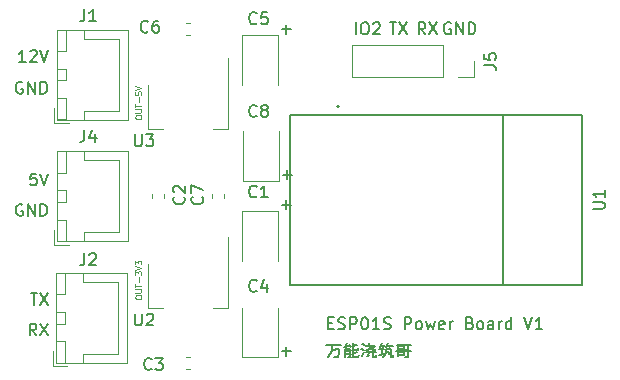
<source format=gbr>
%TF.GenerationSoftware,KiCad,Pcbnew,8.0.4*%
%TF.CreationDate,2024-12-12T17:07:26+08:00*%
%TF.ProjectId,esp01s-power-board,65737030-3173-42d7-906f-7765722d626f,rev?*%
%TF.SameCoordinates,Original*%
%TF.FileFunction,Legend,Top*%
%TF.FilePolarity,Positive*%
%FSLAX46Y46*%
G04 Gerber Fmt 4.6, Leading zero omitted, Abs format (unit mm)*
G04 Created by KiCad (PCBNEW 8.0.4) date 2024-12-12 17:07:26*
%MOMM*%
%LPD*%
G01*
G04 APERTURE LIST*
%ADD10C,0.125000*%
%ADD11C,0.150000*%
%ADD12C,0.120000*%
%ADD13C,0.127000*%
%ADD14C,0.200000*%
G04 APERTURE END LIST*
D10*
X61593878Y-73363478D02*
X61593878Y-73268240D01*
X61593878Y-73268240D02*
X61617688Y-73220621D01*
X61617688Y-73220621D02*
X61665307Y-73173002D01*
X61665307Y-73173002D02*
X61760545Y-73149192D01*
X61760545Y-73149192D02*
X61927211Y-73149192D01*
X61927211Y-73149192D02*
X62022449Y-73173002D01*
X62022449Y-73173002D02*
X62070069Y-73220621D01*
X62070069Y-73220621D02*
X62093878Y-73268240D01*
X62093878Y-73268240D02*
X62093878Y-73363478D01*
X62093878Y-73363478D02*
X62070069Y-73411097D01*
X62070069Y-73411097D02*
X62022449Y-73458716D01*
X62022449Y-73458716D02*
X61927211Y-73482525D01*
X61927211Y-73482525D02*
X61760545Y-73482525D01*
X61760545Y-73482525D02*
X61665307Y-73458716D01*
X61665307Y-73458716D02*
X61617688Y-73411097D01*
X61617688Y-73411097D02*
X61593878Y-73363478D01*
X61593878Y-72934906D02*
X61998640Y-72934906D01*
X61998640Y-72934906D02*
X62046259Y-72911096D01*
X62046259Y-72911096D02*
X62070069Y-72887287D01*
X62070069Y-72887287D02*
X62093878Y-72839668D01*
X62093878Y-72839668D02*
X62093878Y-72744430D01*
X62093878Y-72744430D02*
X62070069Y-72696811D01*
X62070069Y-72696811D02*
X62046259Y-72673001D01*
X62046259Y-72673001D02*
X61998640Y-72649192D01*
X61998640Y-72649192D02*
X61593878Y-72649192D01*
X61593878Y-72482524D02*
X61593878Y-72196810D01*
X62093878Y-72339667D02*
X61593878Y-72339667D01*
X61903402Y-72030144D02*
X61903402Y-71649192D01*
X61593878Y-71458715D02*
X61593878Y-71149191D01*
X61593878Y-71149191D02*
X61784354Y-71315858D01*
X61784354Y-71315858D02*
X61784354Y-71244429D01*
X61784354Y-71244429D02*
X61808164Y-71196810D01*
X61808164Y-71196810D02*
X61831973Y-71173001D01*
X61831973Y-71173001D02*
X61879592Y-71149191D01*
X61879592Y-71149191D02*
X61998640Y-71149191D01*
X61998640Y-71149191D02*
X62046259Y-71173001D01*
X62046259Y-71173001D02*
X62070069Y-71196810D01*
X62070069Y-71196810D02*
X62093878Y-71244429D01*
X62093878Y-71244429D02*
X62093878Y-71387286D01*
X62093878Y-71387286D02*
X62070069Y-71434905D01*
X62070069Y-71434905D02*
X62046259Y-71458715D01*
X61593878Y-71006334D02*
X62093878Y-70839668D01*
X62093878Y-70839668D02*
X61593878Y-70673001D01*
X61593878Y-70553954D02*
X61593878Y-70244430D01*
X61593878Y-70244430D02*
X61784354Y-70411097D01*
X61784354Y-70411097D02*
X61784354Y-70339668D01*
X61784354Y-70339668D02*
X61808164Y-70292049D01*
X61808164Y-70292049D02*
X61831973Y-70268240D01*
X61831973Y-70268240D02*
X61879592Y-70244430D01*
X61879592Y-70244430D02*
X61998640Y-70244430D01*
X61998640Y-70244430D02*
X62046259Y-70268240D01*
X62046259Y-70268240D02*
X62070069Y-70292049D01*
X62070069Y-70292049D02*
X62093878Y-70339668D01*
X62093878Y-70339668D02*
X62093878Y-70482525D01*
X62093878Y-70482525D02*
X62070069Y-70530144D01*
X62070069Y-70530144D02*
X62046259Y-70553954D01*
D11*
X53195147Y-76568255D02*
X52861814Y-76092064D01*
X52623719Y-76568255D02*
X52623719Y-75568255D01*
X52623719Y-75568255D02*
X53004671Y-75568255D01*
X53004671Y-75568255D02*
X53099909Y-75615874D01*
X53099909Y-75615874D02*
X53147528Y-75663493D01*
X53147528Y-75663493D02*
X53195147Y-75758731D01*
X53195147Y-75758731D02*
X53195147Y-75901588D01*
X53195147Y-75901588D02*
X53147528Y-75996826D01*
X53147528Y-75996826D02*
X53099909Y-76044445D01*
X53099909Y-76044445D02*
X53004671Y-76092064D01*
X53004671Y-76092064D02*
X52623719Y-76092064D01*
X53528481Y-75568255D02*
X54195147Y-76568255D01*
X54195147Y-75568255D02*
X53528481Y-76568255D01*
X86132459Y-51064665D02*
X85799126Y-50588474D01*
X85561031Y-51064665D02*
X85561031Y-50064665D01*
X85561031Y-50064665D02*
X85941983Y-50064665D01*
X85941983Y-50064665D02*
X86037221Y-50112284D01*
X86037221Y-50112284D02*
X86084840Y-50159903D01*
X86084840Y-50159903D02*
X86132459Y-50255141D01*
X86132459Y-50255141D02*
X86132459Y-50397998D01*
X86132459Y-50397998D02*
X86084840Y-50493236D01*
X86084840Y-50493236D02*
X86037221Y-50540855D01*
X86037221Y-50540855D02*
X85941983Y-50588474D01*
X85941983Y-50588474D02*
X85561031Y-50588474D01*
X86465793Y-50064665D02*
X87132459Y-51064665D01*
X87132459Y-50064665D02*
X86465793Y-51064665D01*
X88277492Y-50112284D02*
X88182254Y-50064665D01*
X88182254Y-50064665D02*
X88039397Y-50064665D01*
X88039397Y-50064665D02*
X87896540Y-50112284D01*
X87896540Y-50112284D02*
X87801302Y-50207522D01*
X87801302Y-50207522D02*
X87753683Y-50302760D01*
X87753683Y-50302760D02*
X87706064Y-50493236D01*
X87706064Y-50493236D02*
X87706064Y-50636093D01*
X87706064Y-50636093D02*
X87753683Y-50826569D01*
X87753683Y-50826569D02*
X87801302Y-50921807D01*
X87801302Y-50921807D02*
X87896540Y-51017046D01*
X87896540Y-51017046D02*
X88039397Y-51064665D01*
X88039397Y-51064665D02*
X88134635Y-51064665D01*
X88134635Y-51064665D02*
X88277492Y-51017046D01*
X88277492Y-51017046D02*
X88325111Y-50969426D01*
X88325111Y-50969426D02*
X88325111Y-50636093D01*
X88325111Y-50636093D02*
X88134635Y-50636093D01*
X88753683Y-51064665D02*
X88753683Y-50064665D01*
X88753683Y-50064665D02*
X89325111Y-51064665D01*
X89325111Y-51064665D02*
X89325111Y-50064665D01*
X89801302Y-51064665D02*
X89801302Y-50064665D01*
X89801302Y-50064665D02*
X90039397Y-50064665D01*
X90039397Y-50064665D02*
X90182254Y-50112284D01*
X90182254Y-50112284D02*
X90277492Y-50207522D01*
X90277492Y-50207522D02*
X90325111Y-50302760D01*
X90325111Y-50302760D02*
X90372730Y-50493236D01*
X90372730Y-50493236D02*
X90372730Y-50636093D01*
X90372730Y-50636093D02*
X90325111Y-50826569D01*
X90325111Y-50826569D02*
X90277492Y-50921807D01*
X90277492Y-50921807D02*
X90182254Y-51017046D01*
X90182254Y-51017046D02*
X90039397Y-51064665D01*
X90039397Y-51064665D02*
X89801302Y-51064665D01*
X52718957Y-72977922D02*
X53290385Y-72977922D01*
X53004671Y-73977922D02*
X53004671Y-72977922D01*
X53528481Y-72977922D02*
X54195147Y-73977922D01*
X54195147Y-72977922D02*
X53528481Y-73977922D01*
X74056879Y-62973166D02*
X74818784Y-62973166D01*
X74437831Y-63354119D02*
X74437831Y-62592214D01*
X53212619Y-62861089D02*
X52736429Y-62861089D01*
X52736429Y-62861089D02*
X52688810Y-63337279D01*
X52688810Y-63337279D02*
X52736429Y-63289660D01*
X52736429Y-63289660D02*
X52831667Y-63242041D01*
X52831667Y-63242041D02*
X53069762Y-63242041D01*
X53069762Y-63242041D02*
X53165000Y-63289660D01*
X53165000Y-63289660D02*
X53212619Y-63337279D01*
X53212619Y-63337279D02*
X53260238Y-63432517D01*
X53260238Y-63432517D02*
X53260238Y-63670612D01*
X53260238Y-63670612D02*
X53212619Y-63765850D01*
X53212619Y-63765850D02*
X53165000Y-63813470D01*
X53165000Y-63813470D02*
X53069762Y-63861089D01*
X53069762Y-63861089D02*
X52831667Y-63861089D01*
X52831667Y-63861089D02*
X52736429Y-63813470D01*
X52736429Y-63813470D02*
X52688810Y-63765850D01*
X53545953Y-62861089D02*
X53879286Y-63861089D01*
X53879286Y-63861089D02*
X54212619Y-62861089D01*
X52022143Y-65499041D02*
X51926905Y-65451422D01*
X51926905Y-65451422D02*
X51784048Y-65451422D01*
X51784048Y-65451422D02*
X51641191Y-65499041D01*
X51641191Y-65499041D02*
X51545953Y-65594279D01*
X51545953Y-65594279D02*
X51498334Y-65689517D01*
X51498334Y-65689517D02*
X51450715Y-65879993D01*
X51450715Y-65879993D02*
X51450715Y-66022850D01*
X51450715Y-66022850D02*
X51498334Y-66213326D01*
X51498334Y-66213326D02*
X51545953Y-66308564D01*
X51545953Y-66308564D02*
X51641191Y-66403803D01*
X51641191Y-66403803D02*
X51784048Y-66451422D01*
X51784048Y-66451422D02*
X51879286Y-66451422D01*
X51879286Y-66451422D02*
X52022143Y-66403803D01*
X52022143Y-66403803D02*
X52069762Y-66356183D01*
X52069762Y-66356183D02*
X52069762Y-66022850D01*
X52069762Y-66022850D02*
X51879286Y-66022850D01*
X52498334Y-66451422D02*
X52498334Y-65451422D01*
X52498334Y-65451422D02*
X53069762Y-66451422D01*
X53069762Y-66451422D02*
X53069762Y-65451422D01*
X53545953Y-66451422D02*
X53545953Y-65451422D01*
X53545953Y-65451422D02*
X53784048Y-65451422D01*
X53784048Y-65451422D02*
X53926905Y-65499041D01*
X53926905Y-65499041D02*
X54022143Y-65594279D01*
X54022143Y-65594279D02*
X54069762Y-65689517D01*
X54069762Y-65689517D02*
X54117381Y-65879993D01*
X54117381Y-65879993D02*
X54117381Y-66022850D01*
X54117381Y-66022850D02*
X54069762Y-66213326D01*
X54069762Y-66213326D02*
X54022143Y-66308564D01*
X54022143Y-66308564D02*
X53926905Y-66403803D01*
X53926905Y-66403803D02*
X53784048Y-66451422D01*
X53784048Y-66451422D02*
X53545953Y-66451422D01*
X73975304Y-50651766D02*
X74737209Y-50651766D01*
X74356256Y-51032719D02*
X74356256Y-50270814D01*
X52307857Y-53410434D02*
X51736429Y-53410434D01*
X52022143Y-53410434D02*
X52022143Y-52410434D01*
X52022143Y-52410434D02*
X51926905Y-52553291D01*
X51926905Y-52553291D02*
X51831667Y-52648529D01*
X51831667Y-52648529D02*
X51736429Y-52696148D01*
X52688810Y-52505672D02*
X52736429Y-52458053D01*
X52736429Y-52458053D02*
X52831667Y-52410434D01*
X52831667Y-52410434D02*
X53069762Y-52410434D01*
X53069762Y-52410434D02*
X53165000Y-52458053D01*
X53165000Y-52458053D02*
X53212619Y-52505672D01*
X53212619Y-52505672D02*
X53260238Y-52600910D01*
X53260238Y-52600910D02*
X53260238Y-52696148D01*
X53260238Y-52696148D02*
X53212619Y-52839005D01*
X53212619Y-52839005D02*
X52641191Y-53410434D01*
X52641191Y-53410434D02*
X53260238Y-53410434D01*
X53545953Y-52410434D02*
X53879286Y-53410434D01*
X53879286Y-53410434D02*
X54212619Y-52410434D01*
X83113079Y-50064665D02*
X83684507Y-50064665D01*
X83398793Y-51064665D02*
X83398793Y-50064665D01*
X83922603Y-50064665D02*
X84589269Y-51064665D01*
X84589269Y-50064665D02*
X83922603Y-51064665D01*
D10*
X61595979Y-58123478D02*
X61595979Y-58028240D01*
X61595979Y-58028240D02*
X61619789Y-57980621D01*
X61619789Y-57980621D02*
X61667408Y-57933002D01*
X61667408Y-57933002D02*
X61762646Y-57909192D01*
X61762646Y-57909192D02*
X61929312Y-57909192D01*
X61929312Y-57909192D02*
X62024550Y-57933002D01*
X62024550Y-57933002D02*
X62072170Y-57980621D01*
X62072170Y-57980621D02*
X62095979Y-58028240D01*
X62095979Y-58028240D02*
X62095979Y-58123478D01*
X62095979Y-58123478D02*
X62072170Y-58171097D01*
X62072170Y-58171097D02*
X62024550Y-58218716D01*
X62024550Y-58218716D02*
X61929312Y-58242525D01*
X61929312Y-58242525D02*
X61762646Y-58242525D01*
X61762646Y-58242525D02*
X61667408Y-58218716D01*
X61667408Y-58218716D02*
X61619789Y-58171097D01*
X61619789Y-58171097D02*
X61595979Y-58123478D01*
X61595979Y-57694906D02*
X62000741Y-57694906D01*
X62000741Y-57694906D02*
X62048360Y-57671096D01*
X62048360Y-57671096D02*
X62072170Y-57647287D01*
X62072170Y-57647287D02*
X62095979Y-57599668D01*
X62095979Y-57599668D02*
X62095979Y-57504430D01*
X62095979Y-57504430D02*
X62072170Y-57456811D01*
X62072170Y-57456811D02*
X62048360Y-57433001D01*
X62048360Y-57433001D02*
X62000741Y-57409192D01*
X62000741Y-57409192D02*
X61595979Y-57409192D01*
X61595979Y-57242524D02*
X61595979Y-56956810D01*
X62095979Y-57099667D02*
X61595979Y-57099667D01*
X61905503Y-56790144D02*
X61905503Y-56409192D01*
X61595979Y-55933001D02*
X61595979Y-56171096D01*
X61595979Y-56171096D02*
X61834074Y-56194905D01*
X61834074Y-56194905D02*
X61810265Y-56171096D01*
X61810265Y-56171096D02*
X61786455Y-56123477D01*
X61786455Y-56123477D02*
X61786455Y-56004429D01*
X61786455Y-56004429D02*
X61810265Y-55956810D01*
X61810265Y-55956810D02*
X61834074Y-55933001D01*
X61834074Y-55933001D02*
X61881693Y-55909191D01*
X61881693Y-55909191D02*
X62000741Y-55909191D01*
X62000741Y-55909191D02*
X62048360Y-55933001D01*
X62048360Y-55933001D02*
X62072170Y-55956810D01*
X62072170Y-55956810D02*
X62095979Y-56004429D01*
X62095979Y-56004429D02*
X62095979Y-56123477D01*
X62095979Y-56123477D02*
X62072170Y-56171096D01*
X62072170Y-56171096D02*
X62048360Y-56194905D01*
X61595979Y-55766334D02*
X62095979Y-55599668D01*
X62095979Y-55599668D02*
X61595979Y-55433001D01*
D11*
X80250217Y-51064665D02*
X80250217Y-50064665D01*
X80916883Y-50064665D02*
X81107359Y-50064665D01*
X81107359Y-50064665D02*
X81202597Y-50112284D01*
X81202597Y-50112284D02*
X81297835Y-50207522D01*
X81297835Y-50207522D02*
X81345454Y-50397998D01*
X81345454Y-50397998D02*
X81345454Y-50731331D01*
X81345454Y-50731331D02*
X81297835Y-50921807D01*
X81297835Y-50921807D02*
X81202597Y-51017046D01*
X81202597Y-51017046D02*
X81107359Y-51064665D01*
X81107359Y-51064665D02*
X80916883Y-51064665D01*
X80916883Y-51064665D02*
X80821645Y-51017046D01*
X80821645Y-51017046D02*
X80726407Y-50921807D01*
X80726407Y-50921807D02*
X80678788Y-50731331D01*
X80678788Y-50731331D02*
X80678788Y-50397998D01*
X80678788Y-50397998D02*
X80726407Y-50207522D01*
X80726407Y-50207522D02*
X80821645Y-50112284D01*
X80821645Y-50112284D02*
X80916883Y-50064665D01*
X81726407Y-50159903D02*
X81774026Y-50112284D01*
X81774026Y-50112284D02*
X81869264Y-50064665D01*
X81869264Y-50064665D02*
X82107359Y-50064665D01*
X82107359Y-50064665D02*
X82202597Y-50112284D01*
X82202597Y-50112284D02*
X82250216Y-50159903D01*
X82250216Y-50159903D02*
X82297835Y-50255141D01*
X82297835Y-50255141D02*
X82297835Y-50350379D01*
X82297835Y-50350379D02*
X82250216Y-50493236D01*
X82250216Y-50493236D02*
X81678788Y-51064665D01*
X81678788Y-51064665D02*
X82297835Y-51064665D01*
X73969279Y-77910967D02*
X74731184Y-77910967D01*
X74350231Y-78291920D02*
X74350231Y-77530015D01*
X77763851Y-77384216D02*
X79001946Y-77384216D01*
X78240041Y-77384216D02*
X78192422Y-77860406D01*
X78192422Y-77860406D02*
X78049565Y-78146120D01*
X78049565Y-78146120D02*
X77859089Y-78384216D01*
X78240041Y-77765168D02*
X78859089Y-77717549D01*
X78859089Y-77717549D02*
X78859089Y-78050882D01*
X78859089Y-78050882D02*
X78763851Y-78384216D01*
X78763851Y-78384216D02*
X78430517Y-78384216D01*
X79954326Y-77765168D02*
X80430517Y-77765168D01*
X79335279Y-77908025D02*
X79763850Y-77908025D01*
X79335279Y-78098501D02*
X79763850Y-78098501D01*
X79954326Y-78384216D02*
X80430517Y-78384216D01*
X79573374Y-78384216D02*
X79763850Y-78384216D01*
X79335279Y-77717549D02*
X79335279Y-78384216D01*
X79335279Y-77717549D02*
X79763850Y-77717549D01*
X79763850Y-77717549D02*
X79763850Y-78384216D01*
X80001945Y-77241358D02*
X80001945Y-77765168D01*
X80001945Y-77860406D02*
X80001945Y-78384216D01*
X79240041Y-77574692D02*
X79763850Y-77479454D01*
X79763850Y-77479454D02*
X79811469Y-77574692D01*
X79668612Y-77384216D02*
X79811469Y-77479454D01*
X80430517Y-77622311D02*
X80430517Y-77765168D01*
X80478136Y-78193739D02*
X80430517Y-78384216D01*
X79478136Y-77241358D02*
X79335279Y-77527073D01*
X80382898Y-77384216D02*
X79954326Y-77479454D01*
X80382898Y-77955644D02*
X79954326Y-78098501D01*
X81573373Y-77431835D02*
X81859088Y-77431835D01*
X81430516Y-77431835D02*
X81763850Y-77431835D01*
X81335278Y-77431835D02*
X81620993Y-77431835D01*
X81144802Y-77479454D02*
X81430516Y-77479454D01*
X81097183Y-77955644D02*
X81954326Y-77955644D01*
X81668612Y-78384216D02*
X81954326Y-78384216D01*
X81668612Y-77955644D02*
X81668612Y-78384216D01*
X81954326Y-78241358D02*
X81954326Y-78384216D01*
X81335278Y-78193739D02*
X81192421Y-78336597D01*
X81954326Y-77669930D02*
X81906707Y-77812787D01*
X80811469Y-77288977D02*
X81001945Y-77384216D01*
X81382897Y-77336597D02*
X81525754Y-77622311D01*
X81525754Y-77622311D02*
X81668612Y-77765168D01*
X81668612Y-77765168D02*
X81859088Y-77812787D01*
X80716231Y-77669930D02*
X80954326Y-77765168D01*
X80954326Y-77955644D02*
X80811469Y-78288977D01*
X81382897Y-77241358D02*
X81478135Y-77622311D01*
X81382897Y-77955644D02*
X81287659Y-78288977D01*
X81763850Y-77574692D02*
X81525754Y-77669930D01*
X81525754Y-77669930D02*
X81144802Y-77765168D01*
X82335278Y-77431835D02*
X82763849Y-77431835D01*
X82906706Y-77431835D02*
X83382897Y-77431835D01*
X82192421Y-77717549D02*
X82668611Y-77717549D01*
X83240040Y-78384216D02*
X83430516Y-78384216D01*
X82430516Y-77717549D02*
X82430516Y-78146120D01*
X82811468Y-77669930D02*
X83240040Y-77669930D01*
X83240040Y-77669930D02*
X83240040Y-78336597D01*
X83430516Y-78241358D02*
X83430516Y-78384216D01*
X82954325Y-77908025D02*
X83097183Y-78098501D01*
X83097183Y-77431835D02*
X83144802Y-77574692D01*
X82525754Y-77431835D02*
X82573373Y-77622311D01*
X82430516Y-77241358D02*
X82287659Y-77574692D01*
X82954325Y-77241358D02*
X82811468Y-77574692D01*
X82668611Y-78098501D02*
X82192421Y-78193739D01*
X82811468Y-77669930D02*
X82811468Y-78003263D01*
X82811468Y-78003263D02*
X82763849Y-78193739D01*
X82763849Y-78193739D02*
X82573373Y-78384216D01*
X83716230Y-77336597D02*
X84906706Y-77336597D01*
X83859087Y-77669930D02*
X84335277Y-77669930D01*
X84430515Y-77765168D02*
X84668611Y-77765168D01*
X83668611Y-77860406D02*
X84906706Y-77860406D01*
X83859087Y-78241358D02*
X84335277Y-78241358D01*
X84430515Y-78384216D02*
X84668611Y-78384216D01*
X83859087Y-78003263D02*
X83859087Y-78288977D01*
X83859087Y-77479454D02*
X83859087Y-77669930D01*
X83859087Y-77479454D02*
X84335277Y-77479454D01*
X84335277Y-77479454D02*
X84335277Y-77669930D01*
X83859087Y-78003263D02*
X84335277Y-78003263D01*
X84335277Y-78003263D02*
X84335277Y-78241358D01*
X84668611Y-77336597D02*
X84668611Y-77765168D01*
X84668611Y-77860406D02*
X84668611Y-78384216D01*
X52022143Y-55137708D02*
X51926905Y-55090089D01*
X51926905Y-55090089D02*
X51784048Y-55090089D01*
X51784048Y-55090089D02*
X51641191Y-55137708D01*
X51641191Y-55137708D02*
X51545953Y-55232946D01*
X51545953Y-55232946D02*
X51498334Y-55328184D01*
X51498334Y-55328184D02*
X51450715Y-55518660D01*
X51450715Y-55518660D02*
X51450715Y-55661517D01*
X51450715Y-55661517D02*
X51498334Y-55851993D01*
X51498334Y-55851993D02*
X51545953Y-55947231D01*
X51545953Y-55947231D02*
X51641191Y-56042470D01*
X51641191Y-56042470D02*
X51784048Y-56090089D01*
X51784048Y-56090089D02*
X51879286Y-56090089D01*
X51879286Y-56090089D02*
X52022143Y-56042470D01*
X52022143Y-56042470D02*
X52069762Y-55994850D01*
X52069762Y-55994850D02*
X52069762Y-55661517D01*
X52069762Y-55661517D02*
X51879286Y-55661517D01*
X52498334Y-56090089D02*
X52498334Y-55090089D01*
X52498334Y-55090089D02*
X53069762Y-56090089D01*
X53069762Y-56090089D02*
X53069762Y-55090089D01*
X53545953Y-56090089D02*
X53545953Y-55090089D01*
X53545953Y-55090089D02*
X53784048Y-55090089D01*
X53784048Y-55090089D02*
X53926905Y-55137708D01*
X53926905Y-55137708D02*
X54022143Y-55232946D01*
X54022143Y-55232946D02*
X54069762Y-55328184D01*
X54069762Y-55328184D02*
X54117381Y-55518660D01*
X54117381Y-55518660D02*
X54117381Y-55661517D01*
X54117381Y-55661517D02*
X54069762Y-55851993D01*
X54069762Y-55851993D02*
X54022143Y-55947231D01*
X54022143Y-55947231D02*
X53926905Y-56042470D01*
X53926905Y-56042470D02*
X53784048Y-56090089D01*
X53784048Y-56090089D02*
X53545953Y-56090089D01*
X77906708Y-75513801D02*
X78240041Y-75513801D01*
X78382898Y-76037611D02*
X77906708Y-76037611D01*
X77906708Y-76037611D02*
X77906708Y-75037611D01*
X77906708Y-75037611D02*
X78382898Y-75037611D01*
X78763851Y-75989992D02*
X78906708Y-76037611D01*
X78906708Y-76037611D02*
X79144803Y-76037611D01*
X79144803Y-76037611D02*
X79240041Y-75989992D01*
X79240041Y-75989992D02*
X79287660Y-75942372D01*
X79287660Y-75942372D02*
X79335279Y-75847134D01*
X79335279Y-75847134D02*
X79335279Y-75751896D01*
X79335279Y-75751896D02*
X79287660Y-75656658D01*
X79287660Y-75656658D02*
X79240041Y-75609039D01*
X79240041Y-75609039D02*
X79144803Y-75561420D01*
X79144803Y-75561420D02*
X78954327Y-75513801D01*
X78954327Y-75513801D02*
X78859089Y-75466182D01*
X78859089Y-75466182D02*
X78811470Y-75418563D01*
X78811470Y-75418563D02*
X78763851Y-75323325D01*
X78763851Y-75323325D02*
X78763851Y-75228087D01*
X78763851Y-75228087D02*
X78811470Y-75132849D01*
X78811470Y-75132849D02*
X78859089Y-75085230D01*
X78859089Y-75085230D02*
X78954327Y-75037611D01*
X78954327Y-75037611D02*
X79192422Y-75037611D01*
X79192422Y-75037611D02*
X79335279Y-75085230D01*
X79763851Y-76037611D02*
X79763851Y-75037611D01*
X79763851Y-75037611D02*
X80144803Y-75037611D01*
X80144803Y-75037611D02*
X80240041Y-75085230D01*
X80240041Y-75085230D02*
X80287660Y-75132849D01*
X80287660Y-75132849D02*
X80335279Y-75228087D01*
X80335279Y-75228087D02*
X80335279Y-75370944D01*
X80335279Y-75370944D02*
X80287660Y-75466182D01*
X80287660Y-75466182D02*
X80240041Y-75513801D01*
X80240041Y-75513801D02*
X80144803Y-75561420D01*
X80144803Y-75561420D02*
X79763851Y-75561420D01*
X80954327Y-75037611D02*
X81049565Y-75037611D01*
X81049565Y-75037611D02*
X81144803Y-75085230D01*
X81144803Y-75085230D02*
X81192422Y-75132849D01*
X81192422Y-75132849D02*
X81240041Y-75228087D01*
X81240041Y-75228087D02*
X81287660Y-75418563D01*
X81287660Y-75418563D02*
X81287660Y-75656658D01*
X81287660Y-75656658D02*
X81240041Y-75847134D01*
X81240041Y-75847134D02*
X81192422Y-75942372D01*
X81192422Y-75942372D02*
X81144803Y-75989992D01*
X81144803Y-75989992D02*
X81049565Y-76037611D01*
X81049565Y-76037611D02*
X80954327Y-76037611D01*
X80954327Y-76037611D02*
X80859089Y-75989992D01*
X80859089Y-75989992D02*
X80811470Y-75942372D01*
X80811470Y-75942372D02*
X80763851Y-75847134D01*
X80763851Y-75847134D02*
X80716232Y-75656658D01*
X80716232Y-75656658D02*
X80716232Y-75418563D01*
X80716232Y-75418563D02*
X80763851Y-75228087D01*
X80763851Y-75228087D02*
X80811470Y-75132849D01*
X80811470Y-75132849D02*
X80859089Y-75085230D01*
X80859089Y-75085230D02*
X80954327Y-75037611D01*
X82240041Y-76037611D02*
X81668613Y-76037611D01*
X81954327Y-76037611D02*
X81954327Y-75037611D01*
X81954327Y-75037611D02*
X81859089Y-75180468D01*
X81859089Y-75180468D02*
X81763851Y-75275706D01*
X81763851Y-75275706D02*
X81668613Y-75323325D01*
X82620994Y-75989992D02*
X82763851Y-76037611D01*
X82763851Y-76037611D02*
X83001946Y-76037611D01*
X83001946Y-76037611D02*
X83097184Y-75989992D01*
X83097184Y-75989992D02*
X83144803Y-75942372D01*
X83144803Y-75942372D02*
X83192422Y-75847134D01*
X83192422Y-75847134D02*
X83192422Y-75751896D01*
X83192422Y-75751896D02*
X83144803Y-75656658D01*
X83144803Y-75656658D02*
X83097184Y-75609039D01*
X83097184Y-75609039D02*
X83001946Y-75561420D01*
X83001946Y-75561420D02*
X82811470Y-75513801D01*
X82811470Y-75513801D02*
X82716232Y-75466182D01*
X82716232Y-75466182D02*
X82668613Y-75418563D01*
X82668613Y-75418563D02*
X82620994Y-75323325D01*
X82620994Y-75323325D02*
X82620994Y-75228087D01*
X82620994Y-75228087D02*
X82668613Y-75132849D01*
X82668613Y-75132849D02*
X82716232Y-75085230D01*
X82716232Y-75085230D02*
X82811470Y-75037611D01*
X82811470Y-75037611D02*
X83049565Y-75037611D01*
X83049565Y-75037611D02*
X83192422Y-75085230D01*
X84382899Y-76037611D02*
X84382899Y-75037611D01*
X84382899Y-75037611D02*
X84763851Y-75037611D01*
X84763851Y-75037611D02*
X84859089Y-75085230D01*
X84859089Y-75085230D02*
X84906708Y-75132849D01*
X84906708Y-75132849D02*
X84954327Y-75228087D01*
X84954327Y-75228087D02*
X84954327Y-75370944D01*
X84954327Y-75370944D02*
X84906708Y-75466182D01*
X84906708Y-75466182D02*
X84859089Y-75513801D01*
X84859089Y-75513801D02*
X84763851Y-75561420D01*
X84763851Y-75561420D02*
X84382899Y-75561420D01*
X85525756Y-76037611D02*
X85430518Y-75989992D01*
X85430518Y-75989992D02*
X85382899Y-75942372D01*
X85382899Y-75942372D02*
X85335280Y-75847134D01*
X85335280Y-75847134D02*
X85335280Y-75561420D01*
X85335280Y-75561420D02*
X85382899Y-75466182D01*
X85382899Y-75466182D02*
X85430518Y-75418563D01*
X85430518Y-75418563D02*
X85525756Y-75370944D01*
X85525756Y-75370944D02*
X85668613Y-75370944D01*
X85668613Y-75370944D02*
X85763851Y-75418563D01*
X85763851Y-75418563D02*
X85811470Y-75466182D01*
X85811470Y-75466182D02*
X85859089Y-75561420D01*
X85859089Y-75561420D02*
X85859089Y-75847134D01*
X85859089Y-75847134D02*
X85811470Y-75942372D01*
X85811470Y-75942372D02*
X85763851Y-75989992D01*
X85763851Y-75989992D02*
X85668613Y-76037611D01*
X85668613Y-76037611D02*
X85525756Y-76037611D01*
X86192423Y-75370944D02*
X86382899Y-76037611D01*
X86382899Y-76037611D02*
X86573375Y-75561420D01*
X86573375Y-75561420D02*
X86763851Y-76037611D01*
X86763851Y-76037611D02*
X86954327Y-75370944D01*
X87716232Y-75989992D02*
X87620994Y-76037611D01*
X87620994Y-76037611D02*
X87430518Y-76037611D01*
X87430518Y-76037611D02*
X87335280Y-75989992D01*
X87335280Y-75989992D02*
X87287661Y-75894753D01*
X87287661Y-75894753D02*
X87287661Y-75513801D01*
X87287661Y-75513801D02*
X87335280Y-75418563D01*
X87335280Y-75418563D02*
X87430518Y-75370944D01*
X87430518Y-75370944D02*
X87620994Y-75370944D01*
X87620994Y-75370944D02*
X87716232Y-75418563D01*
X87716232Y-75418563D02*
X87763851Y-75513801D01*
X87763851Y-75513801D02*
X87763851Y-75609039D01*
X87763851Y-75609039D02*
X87287661Y-75704277D01*
X88192423Y-76037611D02*
X88192423Y-75370944D01*
X88192423Y-75561420D02*
X88240042Y-75466182D01*
X88240042Y-75466182D02*
X88287661Y-75418563D01*
X88287661Y-75418563D02*
X88382899Y-75370944D01*
X88382899Y-75370944D02*
X88478137Y-75370944D01*
X89906709Y-75513801D02*
X90049566Y-75561420D01*
X90049566Y-75561420D02*
X90097185Y-75609039D01*
X90097185Y-75609039D02*
X90144804Y-75704277D01*
X90144804Y-75704277D02*
X90144804Y-75847134D01*
X90144804Y-75847134D02*
X90097185Y-75942372D01*
X90097185Y-75942372D02*
X90049566Y-75989992D01*
X90049566Y-75989992D02*
X89954328Y-76037611D01*
X89954328Y-76037611D02*
X89573376Y-76037611D01*
X89573376Y-76037611D02*
X89573376Y-75037611D01*
X89573376Y-75037611D02*
X89906709Y-75037611D01*
X89906709Y-75037611D02*
X90001947Y-75085230D01*
X90001947Y-75085230D02*
X90049566Y-75132849D01*
X90049566Y-75132849D02*
X90097185Y-75228087D01*
X90097185Y-75228087D02*
X90097185Y-75323325D01*
X90097185Y-75323325D02*
X90049566Y-75418563D01*
X90049566Y-75418563D02*
X90001947Y-75466182D01*
X90001947Y-75466182D02*
X89906709Y-75513801D01*
X89906709Y-75513801D02*
X89573376Y-75513801D01*
X90716233Y-76037611D02*
X90620995Y-75989992D01*
X90620995Y-75989992D02*
X90573376Y-75942372D01*
X90573376Y-75942372D02*
X90525757Y-75847134D01*
X90525757Y-75847134D02*
X90525757Y-75561420D01*
X90525757Y-75561420D02*
X90573376Y-75466182D01*
X90573376Y-75466182D02*
X90620995Y-75418563D01*
X90620995Y-75418563D02*
X90716233Y-75370944D01*
X90716233Y-75370944D02*
X90859090Y-75370944D01*
X90859090Y-75370944D02*
X90954328Y-75418563D01*
X90954328Y-75418563D02*
X91001947Y-75466182D01*
X91001947Y-75466182D02*
X91049566Y-75561420D01*
X91049566Y-75561420D02*
X91049566Y-75847134D01*
X91049566Y-75847134D02*
X91001947Y-75942372D01*
X91001947Y-75942372D02*
X90954328Y-75989992D01*
X90954328Y-75989992D02*
X90859090Y-76037611D01*
X90859090Y-76037611D02*
X90716233Y-76037611D01*
X91906709Y-76037611D02*
X91906709Y-75513801D01*
X91906709Y-75513801D02*
X91859090Y-75418563D01*
X91859090Y-75418563D02*
X91763852Y-75370944D01*
X91763852Y-75370944D02*
X91573376Y-75370944D01*
X91573376Y-75370944D02*
X91478138Y-75418563D01*
X91906709Y-75989992D02*
X91811471Y-76037611D01*
X91811471Y-76037611D02*
X91573376Y-76037611D01*
X91573376Y-76037611D02*
X91478138Y-75989992D01*
X91478138Y-75989992D02*
X91430519Y-75894753D01*
X91430519Y-75894753D02*
X91430519Y-75799515D01*
X91430519Y-75799515D02*
X91478138Y-75704277D01*
X91478138Y-75704277D02*
X91573376Y-75656658D01*
X91573376Y-75656658D02*
X91811471Y-75656658D01*
X91811471Y-75656658D02*
X91906709Y-75609039D01*
X92382900Y-76037611D02*
X92382900Y-75370944D01*
X92382900Y-75561420D02*
X92430519Y-75466182D01*
X92430519Y-75466182D02*
X92478138Y-75418563D01*
X92478138Y-75418563D02*
X92573376Y-75370944D01*
X92573376Y-75370944D02*
X92668614Y-75370944D01*
X93430519Y-76037611D02*
X93430519Y-75037611D01*
X93430519Y-75989992D02*
X93335281Y-76037611D01*
X93335281Y-76037611D02*
X93144805Y-76037611D01*
X93144805Y-76037611D02*
X93049567Y-75989992D01*
X93049567Y-75989992D02*
X93001948Y-75942372D01*
X93001948Y-75942372D02*
X92954329Y-75847134D01*
X92954329Y-75847134D02*
X92954329Y-75561420D01*
X92954329Y-75561420D02*
X93001948Y-75466182D01*
X93001948Y-75466182D02*
X93049567Y-75418563D01*
X93049567Y-75418563D02*
X93144805Y-75370944D01*
X93144805Y-75370944D02*
X93335281Y-75370944D01*
X93335281Y-75370944D02*
X93430519Y-75418563D01*
X94525758Y-75037611D02*
X94859091Y-76037611D01*
X94859091Y-76037611D02*
X95192424Y-75037611D01*
X96049567Y-76037611D02*
X95478139Y-76037611D01*
X95763853Y-76037611D02*
X95763853Y-75037611D01*
X95763853Y-75037611D02*
X95668615Y-75180468D01*
X95668615Y-75180468D02*
X95573377Y-75275706D01*
X95573377Y-75275706D02*
X95478139Y-75323325D01*
X73975304Y-65499566D02*
X74737209Y-65499566D01*
X74356256Y-65880519D02*
X74356256Y-65118614D01*
X61549359Y-74713262D02*
X61549359Y-75522785D01*
X61549359Y-75522785D02*
X61596978Y-75618023D01*
X61596978Y-75618023D02*
X61644597Y-75665643D01*
X61644597Y-75665643D02*
X61739835Y-75713262D01*
X61739835Y-75713262D02*
X61930311Y-75713262D01*
X61930311Y-75713262D02*
X62025549Y-75665643D01*
X62025549Y-75665643D02*
X62073168Y-75618023D01*
X62073168Y-75618023D02*
X62120787Y-75522785D01*
X62120787Y-75522785D02*
X62120787Y-74713262D01*
X62549359Y-74808500D02*
X62596978Y-74760881D01*
X62596978Y-74760881D02*
X62692216Y-74713262D01*
X62692216Y-74713262D02*
X62930311Y-74713262D01*
X62930311Y-74713262D02*
X63025549Y-74760881D01*
X63025549Y-74760881D02*
X63073168Y-74808500D01*
X63073168Y-74808500D02*
X63120787Y-74903738D01*
X63120787Y-74903738D02*
X63120787Y-74998976D01*
X63120787Y-74998976D02*
X63073168Y-75141833D01*
X63073168Y-75141833D02*
X62501740Y-75713262D01*
X62501740Y-75713262D02*
X63120787Y-75713262D01*
X61549359Y-59533363D02*
X61549359Y-60342886D01*
X61549359Y-60342886D02*
X61596978Y-60438124D01*
X61596978Y-60438124D02*
X61644597Y-60485744D01*
X61644597Y-60485744D02*
X61739835Y-60533363D01*
X61739835Y-60533363D02*
X61930311Y-60533363D01*
X61930311Y-60533363D02*
X62025549Y-60485744D01*
X62025549Y-60485744D02*
X62073168Y-60438124D01*
X62073168Y-60438124D02*
X62120787Y-60342886D01*
X62120787Y-60342886D02*
X62120787Y-59533363D01*
X62501740Y-59533363D02*
X63120787Y-59533363D01*
X63120787Y-59533363D02*
X62787454Y-59914315D01*
X62787454Y-59914315D02*
X62930311Y-59914315D01*
X62930311Y-59914315D02*
X63025549Y-59961934D01*
X63025549Y-59961934D02*
X63073168Y-60009553D01*
X63073168Y-60009553D02*
X63120787Y-60104791D01*
X63120787Y-60104791D02*
X63120787Y-60342886D01*
X63120787Y-60342886D02*
X63073168Y-60438124D01*
X63073168Y-60438124D02*
X63025549Y-60485744D01*
X63025549Y-60485744D02*
X62930311Y-60533363D01*
X62930311Y-60533363D02*
X62644597Y-60533363D01*
X62644597Y-60533363D02*
X62549359Y-60485744D01*
X62549359Y-60485744D02*
X62501740Y-60438124D01*
X91124819Y-53673333D02*
X91839104Y-53673333D01*
X91839104Y-53673333D02*
X91981961Y-53720952D01*
X91981961Y-53720952D02*
X92077200Y-53816190D01*
X92077200Y-53816190D02*
X92124819Y-53959047D01*
X92124819Y-53959047D02*
X92124819Y-54054285D01*
X91124819Y-52720952D02*
X91124819Y-53197142D01*
X91124819Y-53197142D02*
X91601009Y-53244761D01*
X91601009Y-53244761D02*
X91553390Y-53197142D01*
X91553390Y-53197142D02*
X91505771Y-53101904D01*
X91505771Y-53101904D02*
X91505771Y-52863809D01*
X91505771Y-52863809D02*
X91553390Y-52768571D01*
X91553390Y-52768571D02*
X91601009Y-52720952D01*
X91601009Y-52720952D02*
X91696247Y-52673333D01*
X91696247Y-52673333D02*
X91934342Y-52673333D01*
X91934342Y-52673333D02*
X92029580Y-52720952D01*
X92029580Y-52720952D02*
X92077200Y-52768571D01*
X92077200Y-52768571D02*
X92124819Y-52863809D01*
X92124819Y-52863809D02*
X92124819Y-53101904D01*
X92124819Y-53101904D02*
X92077200Y-53197142D01*
X92077200Y-53197142D02*
X92029580Y-53244761D01*
X100308229Y-65844876D02*
X101117752Y-65844876D01*
X101117752Y-65844876D02*
X101212990Y-65797257D01*
X101212990Y-65797257D02*
X101260610Y-65749638D01*
X101260610Y-65749638D02*
X101308229Y-65654400D01*
X101308229Y-65654400D02*
X101308229Y-65463924D01*
X101308229Y-65463924D02*
X101260610Y-65368686D01*
X101260610Y-65368686D02*
X101212990Y-65321067D01*
X101212990Y-65321067D02*
X101117752Y-65273448D01*
X101117752Y-65273448D02*
X100308229Y-65273448D01*
X101308229Y-64273448D02*
X101308229Y-64844876D01*
X101308229Y-64559162D02*
X100308229Y-64559162D01*
X100308229Y-64559162D02*
X100451086Y-64654400D01*
X100451086Y-64654400D02*
X100546324Y-64749638D01*
X100546324Y-64749638D02*
X100593943Y-64844876D01*
X65676773Y-64829230D02*
X65724393Y-64876849D01*
X65724393Y-64876849D02*
X65772012Y-65019706D01*
X65772012Y-65019706D02*
X65772012Y-65114944D01*
X65772012Y-65114944D02*
X65724393Y-65257801D01*
X65724393Y-65257801D02*
X65629154Y-65353039D01*
X65629154Y-65353039D02*
X65533916Y-65400658D01*
X65533916Y-65400658D02*
X65343440Y-65448277D01*
X65343440Y-65448277D02*
X65200583Y-65448277D01*
X65200583Y-65448277D02*
X65010107Y-65400658D01*
X65010107Y-65400658D02*
X64914869Y-65353039D01*
X64914869Y-65353039D02*
X64819631Y-65257801D01*
X64819631Y-65257801D02*
X64772012Y-65114944D01*
X64772012Y-65114944D02*
X64772012Y-65019706D01*
X64772012Y-65019706D02*
X64819631Y-64876849D01*
X64819631Y-64876849D02*
X64867250Y-64829230D01*
X64867250Y-64448277D02*
X64819631Y-64400658D01*
X64819631Y-64400658D02*
X64772012Y-64305420D01*
X64772012Y-64305420D02*
X64772012Y-64067325D01*
X64772012Y-64067325D02*
X64819631Y-63972087D01*
X64819631Y-63972087D02*
X64867250Y-63924468D01*
X64867250Y-63924468D02*
X64962488Y-63876849D01*
X64962488Y-63876849D02*
X65057726Y-63876849D01*
X65057726Y-63876849D02*
X65200583Y-63924468D01*
X65200583Y-63924468D02*
X65772012Y-64495896D01*
X65772012Y-64495896D02*
X65772012Y-63876849D01*
X57263100Y-59177066D02*
X57263100Y-59891351D01*
X57263100Y-59891351D02*
X57215481Y-60034208D01*
X57215481Y-60034208D02*
X57120243Y-60129447D01*
X57120243Y-60129447D02*
X56977386Y-60177066D01*
X56977386Y-60177066D02*
X56882148Y-60177066D01*
X58167862Y-59510399D02*
X58167862Y-60177066D01*
X57929767Y-59129447D02*
X57691672Y-59843732D01*
X57691672Y-59843732D02*
X58310719Y-59843732D01*
X71844158Y-64787887D02*
X71796539Y-64835507D01*
X71796539Y-64835507D02*
X71653682Y-64883126D01*
X71653682Y-64883126D02*
X71558444Y-64883126D01*
X71558444Y-64883126D02*
X71415587Y-64835507D01*
X71415587Y-64835507D02*
X71320349Y-64740268D01*
X71320349Y-64740268D02*
X71272730Y-64645030D01*
X71272730Y-64645030D02*
X71225111Y-64454554D01*
X71225111Y-64454554D02*
X71225111Y-64311697D01*
X71225111Y-64311697D02*
X71272730Y-64121221D01*
X71272730Y-64121221D02*
X71320349Y-64025983D01*
X71320349Y-64025983D02*
X71415587Y-63930745D01*
X71415587Y-63930745D02*
X71558444Y-63883126D01*
X71558444Y-63883126D02*
X71653682Y-63883126D01*
X71653682Y-63883126D02*
X71796539Y-63930745D01*
X71796539Y-63930745D02*
X71844158Y-63978364D01*
X72796539Y-64883126D02*
X72225111Y-64883126D01*
X72510825Y-64883126D02*
X72510825Y-63883126D01*
X72510825Y-63883126D02*
X72415587Y-64025983D01*
X72415587Y-64025983D02*
X72320349Y-64121221D01*
X72320349Y-64121221D02*
X72225111Y-64168840D01*
X71844158Y-72768802D02*
X71796539Y-72816422D01*
X71796539Y-72816422D02*
X71653682Y-72864041D01*
X71653682Y-72864041D02*
X71558444Y-72864041D01*
X71558444Y-72864041D02*
X71415587Y-72816422D01*
X71415587Y-72816422D02*
X71320349Y-72721183D01*
X71320349Y-72721183D02*
X71272730Y-72625945D01*
X71272730Y-72625945D02*
X71225111Y-72435469D01*
X71225111Y-72435469D02*
X71225111Y-72292612D01*
X71225111Y-72292612D02*
X71272730Y-72102136D01*
X71272730Y-72102136D02*
X71320349Y-72006898D01*
X71320349Y-72006898D02*
X71415587Y-71911660D01*
X71415587Y-71911660D02*
X71558444Y-71864041D01*
X71558444Y-71864041D02*
X71653682Y-71864041D01*
X71653682Y-71864041D02*
X71796539Y-71911660D01*
X71796539Y-71911660D02*
X71844158Y-71959279D01*
X72701301Y-72197374D02*
X72701301Y-72864041D01*
X72463206Y-71816422D02*
X72225111Y-72530707D01*
X72225111Y-72530707D02*
X72844158Y-72530707D01*
X71844158Y-57954346D02*
X71796539Y-58001966D01*
X71796539Y-58001966D02*
X71653682Y-58049585D01*
X71653682Y-58049585D02*
X71558444Y-58049585D01*
X71558444Y-58049585D02*
X71415587Y-58001966D01*
X71415587Y-58001966D02*
X71320349Y-57906727D01*
X71320349Y-57906727D02*
X71272730Y-57811489D01*
X71272730Y-57811489D02*
X71225111Y-57621013D01*
X71225111Y-57621013D02*
X71225111Y-57478156D01*
X71225111Y-57478156D02*
X71272730Y-57287680D01*
X71272730Y-57287680D02*
X71320349Y-57192442D01*
X71320349Y-57192442D02*
X71415587Y-57097204D01*
X71415587Y-57097204D02*
X71558444Y-57049585D01*
X71558444Y-57049585D02*
X71653682Y-57049585D01*
X71653682Y-57049585D02*
X71796539Y-57097204D01*
X71796539Y-57097204D02*
X71844158Y-57144823D01*
X72415587Y-57478156D02*
X72320349Y-57430537D01*
X72320349Y-57430537D02*
X72272730Y-57382918D01*
X72272730Y-57382918D02*
X72225111Y-57287680D01*
X72225111Y-57287680D02*
X72225111Y-57240061D01*
X72225111Y-57240061D02*
X72272730Y-57144823D01*
X72272730Y-57144823D02*
X72320349Y-57097204D01*
X72320349Y-57097204D02*
X72415587Y-57049585D01*
X72415587Y-57049585D02*
X72606063Y-57049585D01*
X72606063Y-57049585D02*
X72701301Y-57097204D01*
X72701301Y-57097204D02*
X72748920Y-57144823D01*
X72748920Y-57144823D02*
X72796539Y-57240061D01*
X72796539Y-57240061D02*
X72796539Y-57287680D01*
X72796539Y-57287680D02*
X72748920Y-57382918D01*
X72748920Y-57382918D02*
X72701301Y-57430537D01*
X72701301Y-57430537D02*
X72606063Y-57478156D01*
X72606063Y-57478156D02*
X72415587Y-57478156D01*
X72415587Y-57478156D02*
X72320349Y-57525775D01*
X72320349Y-57525775D02*
X72272730Y-57573394D01*
X72272730Y-57573394D02*
X72225111Y-57668632D01*
X72225111Y-57668632D02*
X72225111Y-57859108D01*
X72225111Y-57859108D02*
X72272730Y-57954346D01*
X72272730Y-57954346D02*
X72320349Y-58001966D01*
X72320349Y-58001966D02*
X72415587Y-58049585D01*
X72415587Y-58049585D02*
X72606063Y-58049585D01*
X72606063Y-58049585D02*
X72701301Y-58001966D01*
X72701301Y-58001966D02*
X72748920Y-57954346D01*
X72748920Y-57954346D02*
X72796539Y-57859108D01*
X72796539Y-57859108D02*
X72796539Y-57668632D01*
X72796539Y-57668632D02*
X72748920Y-57573394D01*
X72748920Y-57573394D02*
X72701301Y-57525775D01*
X72701301Y-57525775D02*
X72606063Y-57478156D01*
X62650593Y-50822248D02*
X62602974Y-50869868D01*
X62602974Y-50869868D02*
X62460117Y-50917487D01*
X62460117Y-50917487D02*
X62364879Y-50917487D01*
X62364879Y-50917487D02*
X62222022Y-50869868D01*
X62222022Y-50869868D02*
X62126784Y-50774629D01*
X62126784Y-50774629D02*
X62079165Y-50679391D01*
X62079165Y-50679391D02*
X62031546Y-50488915D01*
X62031546Y-50488915D02*
X62031546Y-50346058D01*
X62031546Y-50346058D02*
X62079165Y-50155582D01*
X62079165Y-50155582D02*
X62126784Y-50060344D01*
X62126784Y-50060344D02*
X62222022Y-49965106D01*
X62222022Y-49965106D02*
X62364879Y-49917487D01*
X62364879Y-49917487D02*
X62460117Y-49917487D01*
X62460117Y-49917487D02*
X62602974Y-49965106D01*
X62602974Y-49965106D02*
X62650593Y-50012725D01*
X63507736Y-49917487D02*
X63317260Y-49917487D01*
X63317260Y-49917487D02*
X63222022Y-49965106D01*
X63222022Y-49965106D02*
X63174403Y-50012725D01*
X63174403Y-50012725D02*
X63079165Y-50155582D01*
X63079165Y-50155582D02*
X63031546Y-50346058D01*
X63031546Y-50346058D02*
X63031546Y-50727010D01*
X63031546Y-50727010D02*
X63079165Y-50822248D01*
X63079165Y-50822248D02*
X63126784Y-50869868D01*
X63126784Y-50869868D02*
X63222022Y-50917487D01*
X63222022Y-50917487D02*
X63412498Y-50917487D01*
X63412498Y-50917487D02*
X63507736Y-50869868D01*
X63507736Y-50869868D02*
X63555355Y-50822248D01*
X63555355Y-50822248D02*
X63602974Y-50727010D01*
X63602974Y-50727010D02*
X63602974Y-50488915D01*
X63602974Y-50488915D02*
X63555355Y-50393677D01*
X63555355Y-50393677D02*
X63507736Y-50346058D01*
X63507736Y-50346058D02*
X63412498Y-50298439D01*
X63412498Y-50298439D02*
X63222022Y-50298439D01*
X63222022Y-50298439D02*
X63126784Y-50346058D01*
X63126784Y-50346058D02*
X63079165Y-50393677D01*
X63079165Y-50393677D02*
X63031546Y-50488915D01*
X67242907Y-64829230D02*
X67290527Y-64876849D01*
X67290527Y-64876849D02*
X67338146Y-65019706D01*
X67338146Y-65019706D02*
X67338146Y-65114944D01*
X67338146Y-65114944D02*
X67290527Y-65257801D01*
X67290527Y-65257801D02*
X67195288Y-65353039D01*
X67195288Y-65353039D02*
X67100050Y-65400658D01*
X67100050Y-65400658D02*
X66909574Y-65448277D01*
X66909574Y-65448277D02*
X66766717Y-65448277D01*
X66766717Y-65448277D02*
X66576241Y-65400658D01*
X66576241Y-65400658D02*
X66481003Y-65353039D01*
X66481003Y-65353039D02*
X66385765Y-65257801D01*
X66385765Y-65257801D02*
X66338146Y-65114944D01*
X66338146Y-65114944D02*
X66338146Y-65019706D01*
X66338146Y-65019706D02*
X66385765Y-64876849D01*
X66385765Y-64876849D02*
X66433384Y-64829230D01*
X66338146Y-64495896D02*
X66338146Y-63829230D01*
X66338146Y-63829230D02*
X67338146Y-64257801D01*
X57263100Y-69619519D02*
X57263100Y-70333804D01*
X57263100Y-70333804D02*
X57215481Y-70476661D01*
X57215481Y-70476661D02*
X57120243Y-70571900D01*
X57120243Y-70571900D02*
X56977386Y-70619519D01*
X56977386Y-70619519D02*
X56882148Y-70619519D01*
X57691672Y-69714757D02*
X57739291Y-69667138D01*
X57739291Y-69667138D02*
X57834529Y-69619519D01*
X57834529Y-69619519D02*
X58072624Y-69619519D01*
X58072624Y-69619519D02*
X58167862Y-69667138D01*
X58167862Y-69667138D02*
X58215481Y-69714757D01*
X58215481Y-69714757D02*
X58263100Y-69809995D01*
X58263100Y-69809995D02*
X58263100Y-69905233D01*
X58263100Y-69905233D02*
X58215481Y-70048090D01*
X58215481Y-70048090D02*
X57644053Y-70619519D01*
X57644053Y-70619519D02*
X58263100Y-70619519D01*
X62953835Y-79398942D02*
X62906216Y-79446562D01*
X62906216Y-79446562D02*
X62763359Y-79494181D01*
X62763359Y-79494181D02*
X62668121Y-79494181D01*
X62668121Y-79494181D02*
X62525264Y-79446562D01*
X62525264Y-79446562D02*
X62430026Y-79351323D01*
X62430026Y-79351323D02*
X62382407Y-79256085D01*
X62382407Y-79256085D02*
X62334788Y-79065609D01*
X62334788Y-79065609D02*
X62334788Y-78922752D01*
X62334788Y-78922752D02*
X62382407Y-78732276D01*
X62382407Y-78732276D02*
X62430026Y-78637038D01*
X62430026Y-78637038D02*
X62525264Y-78541800D01*
X62525264Y-78541800D02*
X62668121Y-78494181D01*
X62668121Y-78494181D02*
X62763359Y-78494181D01*
X62763359Y-78494181D02*
X62906216Y-78541800D01*
X62906216Y-78541800D02*
X62953835Y-78589419D01*
X63287169Y-78494181D02*
X63906216Y-78494181D01*
X63906216Y-78494181D02*
X63572883Y-78875133D01*
X63572883Y-78875133D02*
X63715740Y-78875133D01*
X63715740Y-78875133D02*
X63810978Y-78922752D01*
X63810978Y-78922752D02*
X63858597Y-78970371D01*
X63858597Y-78970371D02*
X63906216Y-79065609D01*
X63906216Y-79065609D02*
X63906216Y-79303704D01*
X63906216Y-79303704D02*
X63858597Y-79398942D01*
X63858597Y-79398942D02*
X63810978Y-79446562D01*
X63810978Y-79446562D02*
X63715740Y-79494181D01*
X63715740Y-79494181D02*
X63430026Y-79494181D01*
X63430026Y-79494181D02*
X63334788Y-79446562D01*
X63334788Y-79446562D02*
X63287169Y-79398942D01*
X71844158Y-50111398D02*
X71796539Y-50159018D01*
X71796539Y-50159018D02*
X71653682Y-50206637D01*
X71653682Y-50206637D02*
X71558444Y-50206637D01*
X71558444Y-50206637D02*
X71415587Y-50159018D01*
X71415587Y-50159018D02*
X71320349Y-50063779D01*
X71320349Y-50063779D02*
X71272730Y-49968541D01*
X71272730Y-49968541D02*
X71225111Y-49778065D01*
X71225111Y-49778065D02*
X71225111Y-49635208D01*
X71225111Y-49635208D02*
X71272730Y-49444732D01*
X71272730Y-49444732D02*
X71320349Y-49349494D01*
X71320349Y-49349494D02*
X71415587Y-49254256D01*
X71415587Y-49254256D02*
X71558444Y-49206637D01*
X71558444Y-49206637D02*
X71653682Y-49206637D01*
X71653682Y-49206637D02*
X71796539Y-49254256D01*
X71796539Y-49254256D02*
X71844158Y-49301875D01*
X72748920Y-49206637D02*
X72272730Y-49206637D01*
X72272730Y-49206637D02*
X72225111Y-49682827D01*
X72225111Y-49682827D02*
X72272730Y-49635208D01*
X72272730Y-49635208D02*
X72367968Y-49587589D01*
X72367968Y-49587589D02*
X72606063Y-49587589D01*
X72606063Y-49587589D02*
X72701301Y-49635208D01*
X72701301Y-49635208D02*
X72748920Y-49682827D01*
X72748920Y-49682827D02*
X72796539Y-49778065D01*
X72796539Y-49778065D02*
X72796539Y-50016160D01*
X72796539Y-50016160D02*
X72748920Y-50111398D01*
X72748920Y-50111398D02*
X72701301Y-50159018D01*
X72701301Y-50159018D02*
X72606063Y-50206637D01*
X72606063Y-50206637D02*
X72367968Y-50206637D01*
X72367968Y-50206637D02*
X72272730Y-50159018D01*
X72272730Y-50159018D02*
X72225111Y-50111398D01*
X57263100Y-48961716D02*
X57263100Y-49676001D01*
X57263100Y-49676001D02*
X57215481Y-49818858D01*
X57215481Y-49818858D02*
X57120243Y-49914097D01*
X57120243Y-49914097D02*
X56977386Y-49961716D01*
X56977386Y-49961716D02*
X56882148Y-49961716D01*
X58263100Y-49961716D02*
X57691672Y-49961716D01*
X57977386Y-49961716D02*
X57977386Y-48961716D01*
X57977386Y-48961716D02*
X57882148Y-49104573D01*
X57882148Y-49104573D02*
X57786910Y-49199811D01*
X57786910Y-49199811D02*
X57691672Y-49247430D01*
D12*
%TO.C,U2*%
X69450000Y-68244935D02*
X69450000Y-74254935D01*
X62630000Y-70494935D02*
X62630000Y-74254935D01*
X69450000Y-74254935D02*
X68190000Y-74254935D01*
X62630000Y-74254935D02*
X63890000Y-74254935D01*
%TO.C,U3*%
X69450000Y-53095063D02*
X69450000Y-59105063D01*
X62630000Y-55345063D02*
X62630000Y-59105063D01*
X69450000Y-59105063D02*
X68190000Y-59105063D01*
X62630000Y-59105063D02*
X63890000Y-59105063D01*
%TO.C,J5*%
X87630000Y-52010000D02*
X79950000Y-52010000D01*
X87630000Y-52010000D02*
X87630000Y-54670000D01*
X79950000Y-52010000D02*
X79950000Y-54670000D01*
X90230000Y-53340000D02*
X90230000Y-54670000D01*
X90230000Y-54670000D02*
X88900000Y-54670000D01*
X87630000Y-54670000D02*
X79950000Y-54670000D01*
D13*
%TO.C,U1*%
X99400000Y-57907500D02*
X99400000Y-72307500D01*
X92700000Y-57907500D02*
X99400000Y-57907500D01*
X74700000Y-57907500D02*
X92700000Y-57907500D01*
X99400000Y-72307500D02*
X92700000Y-72307500D01*
X92700000Y-72307500D02*
X92700000Y-57907500D01*
X92700000Y-72307500D02*
X74700000Y-72307500D01*
X74700000Y-72307500D02*
X74700000Y-57907500D01*
D14*
X78840000Y-57157500D02*
G75*
G02*
X78640000Y-57157500I-100000J0D01*
G01*
X78640000Y-57157500D02*
G75*
G02*
X78840000Y-57157500I100000J0D01*
G01*
D12*
%TO.C,C2*%
X62990000Y-64910579D02*
X62990000Y-64629419D01*
X64010000Y-64910579D02*
X64010000Y-64629419D01*
%TO.C,J4*%
X54676115Y-68870000D02*
X55926115Y-68870000D01*
X54966115Y-68580000D02*
X60936115Y-68580000D01*
X60936115Y-68580000D02*
X60936115Y-60960000D01*
X54976115Y-68570000D02*
X55726115Y-68570000D01*
X55726115Y-68570000D02*
X55726115Y-66770000D01*
X57226115Y-68570000D02*
X57226115Y-67820000D01*
X57226115Y-67820000D02*
X60176115Y-67820000D01*
X60176115Y-67820000D02*
X60176115Y-64770000D01*
X54676115Y-67620000D02*
X54676115Y-68870000D01*
X54976115Y-66770000D02*
X54976115Y-68570000D01*
X55726115Y-66770000D02*
X54976115Y-66770000D01*
X54976115Y-65270000D02*
X55726115Y-65270000D01*
X55726115Y-65270000D02*
X55726115Y-64270000D01*
X54976115Y-64270000D02*
X54976115Y-65270000D01*
X55726115Y-64270000D02*
X54976115Y-64270000D01*
X54976115Y-62770000D02*
X55726115Y-62770000D01*
X55726115Y-62770000D02*
X55726115Y-60970000D01*
X57226115Y-61720000D02*
X60176115Y-61720000D01*
X60176115Y-61720000D02*
X60176115Y-64770000D01*
X54976115Y-60970000D02*
X54976115Y-62770000D01*
X55726115Y-60970000D02*
X54976115Y-60970000D01*
X57226115Y-60970000D02*
X57226115Y-61720000D01*
X54966115Y-60960000D02*
X54966115Y-68580000D01*
X60936115Y-60960000D02*
X54966115Y-60960000D01*
%TO.C,C1*%
X73638525Y-66010700D02*
X70618525Y-66010700D01*
X70618525Y-66010700D02*
X70618525Y-70220700D01*
X73638525Y-70220700D02*
X73638525Y-66010700D01*
%TO.C,C4*%
X70612500Y-78422101D02*
X73632500Y-78422101D01*
X73632500Y-78422101D02*
X73632500Y-74212101D01*
X70612500Y-74212101D02*
X70612500Y-78422101D01*
%TO.C,C8*%
X70700100Y-63484300D02*
X73720100Y-63484300D01*
X73720100Y-63484300D02*
X73720100Y-59274300D01*
X70700100Y-59274300D02*
X70700100Y-63484300D01*
%TO.C,C6*%
X65899420Y-50110127D02*
X66180580Y-50110127D01*
X65899420Y-51130127D02*
X66180580Y-51130127D01*
%TO.C,C7*%
X69090000Y-64629419D02*
X69090000Y-64910579D01*
X68070000Y-64629419D02*
X68070000Y-64910579D01*
%TO.C,J2*%
X54586793Y-79163836D02*
X55836793Y-79163836D01*
X54876793Y-78873836D02*
X60846793Y-78873836D01*
X60846793Y-78873836D02*
X60846793Y-71253836D01*
X54886793Y-78863836D02*
X55636793Y-78863836D01*
X55636793Y-78863836D02*
X55636793Y-77063836D01*
X57136793Y-78863836D02*
X57136793Y-78113836D01*
X57136793Y-78113836D02*
X60086793Y-78113836D01*
X60086793Y-78113836D02*
X60086793Y-75063836D01*
X54586793Y-77913836D02*
X54586793Y-79163836D01*
X54886793Y-77063836D02*
X54886793Y-78863836D01*
X55636793Y-77063836D02*
X54886793Y-77063836D01*
X54886793Y-75563836D02*
X55636793Y-75563836D01*
X55636793Y-75563836D02*
X55636793Y-74563836D01*
X54886793Y-74563836D02*
X54886793Y-75563836D01*
X55636793Y-74563836D02*
X54886793Y-74563836D01*
X54886793Y-73063836D02*
X55636793Y-73063836D01*
X55636793Y-73063836D02*
X55636793Y-71263836D01*
X57136793Y-72013836D02*
X60086793Y-72013836D01*
X60086793Y-72013836D02*
X60086793Y-75063836D01*
X54886793Y-71263836D02*
X54886793Y-73063836D01*
X55636793Y-71263836D02*
X54886793Y-71263836D01*
X57136793Y-71263836D02*
X57136793Y-72013836D01*
X54876793Y-71253836D02*
X54876793Y-78873836D01*
X60846793Y-71253836D02*
X54876793Y-71253836D01*
%TO.C,C3*%
X66175757Y-79429873D02*
X65894597Y-79429873D01*
X66175757Y-78409873D02*
X65894597Y-78409873D01*
%TO.C,C5*%
X73638525Y-51162900D02*
X70618525Y-51162900D01*
X70618525Y-51162900D02*
X70618525Y-55372900D01*
X73638525Y-55372900D02*
X73638525Y-51162900D01*
%TO.C,J1*%
X54676115Y-58576164D02*
X55926115Y-58576164D01*
X54966115Y-58286164D02*
X60936115Y-58286164D01*
X60936115Y-58286164D02*
X60936115Y-50666164D01*
X54976115Y-58276164D02*
X55726115Y-58276164D01*
X55726115Y-58276164D02*
X55726115Y-56476164D01*
X57226115Y-58276164D02*
X57226115Y-57526164D01*
X57226115Y-57526164D02*
X60176115Y-57526164D01*
X60176115Y-57526164D02*
X60176115Y-54476164D01*
X54676115Y-57326164D02*
X54676115Y-58576164D01*
X54976115Y-56476164D02*
X54976115Y-58276164D01*
X55726115Y-56476164D02*
X54976115Y-56476164D01*
X54976115Y-54976164D02*
X55726115Y-54976164D01*
X55726115Y-54976164D02*
X55726115Y-53976164D01*
X54976115Y-53976164D02*
X54976115Y-54976164D01*
X55726115Y-53976164D02*
X54976115Y-53976164D01*
X54976115Y-52476164D02*
X55726115Y-52476164D01*
X55726115Y-52476164D02*
X55726115Y-50676164D01*
X57226115Y-51426164D02*
X60176115Y-51426164D01*
X60176115Y-51426164D02*
X60176115Y-54476164D01*
X54976115Y-50676164D02*
X54976115Y-52476164D01*
X55726115Y-50676164D02*
X54976115Y-50676164D01*
X57226115Y-50676164D02*
X57226115Y-51426164D01*
X54966115Y-50666164D02*
X54966115Y-58286164D01*
X60936115Y-50666164D02*
X54966115Y-50666164D01*
%TD*%
M02*

</source>
